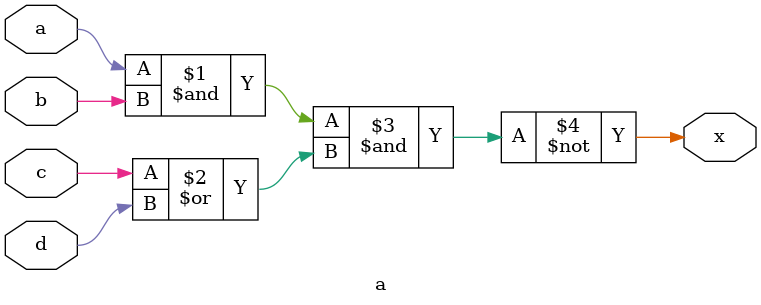
<source format=sv>
module a (
    input a, b, c, d,
    output x
);

assign x = ~((a & b) & (c | d));
    
endmodule
</source>
